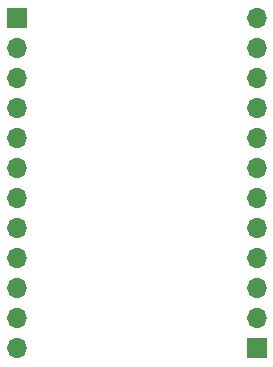
<source format=gbr>
%TF.GenerationSoftware,KiCad,Pcbnew,8.0.1-8.0.1-1~ubuntu22.04.1*%
%TF.CreationDate,2024-04-25T02:14:24+01:00*%
%TF.ProjectId,VQFN_breakout,5651464e-5f62-4726-9561-6b6f75742e6b,rev?*%
%TF.SameCoordinates,Original*%
%TF.FileFunction,Copper,L2,Bot*%
%TF.FilePolarity,Positive*%
%FSLAX46Y46*%
G04 Gerber Fmt 4.6, Leading zero omitted, Abs format (unit mm)*
G04 Created by KiCad (PCBNEW 8.0.1-8.0.1-1~ubuntu22.04.1) date 2024-04-25 02:14:24*
%MOMM*%
%LPD*%
G01*
G04 APERTURE LIST*
%TA.AperFunction,ComponentPad*%
%ADD10R,1.700000X1.700000*%
%TD*%
%TA.AperFunction,ComponentPad*%
%ADD11O,1.700000X1.700000*%
%TD*%
G04 APERTURE END LIST*
D10*
%TO.P,J2,1,Pin_1*%
%TO.N,Net-(J2-Pin_1)*%
X147320000Y-132080000D03*
D11*
%TO.P,J2,2,Pin_2*%
%TO.N,Net-(J2-Pin_2)*%
X147320000Y-129540000D03*
%TO.P,J2,3,Pin_3*%
%TO.N,Net-(J2-Pin_3)*%
X147320000Y-127000000D03*
%TO.P,J2,4,Pin_4*%
%TO.N,Net-(J2-Pin_4)*%
X147320000Y-124460000D03*
%TO.P,J2,5,Pin_5*%
%TO.N,Net-(J2-Pin_5)*%
X147320000Y-121920000D03*
%TO.P,J2,6,Pin_6*%
%TO.N,Net-(J2-Pin_6)*%
X147320000Y-119380000D03*
%TO.P,J2,7,Pin_7*%
%TO.N,Net-(J2-Pin_7)*%
X147320000Y-116840000D03*
%TO.P,J2,8,Pin_8*%
%TO.N,Net-(J2-Pin_8)*%
X147320000Y-114300000D03*
%TO.P,J2,9,Pin_9*%
%TO.N,Net-(J2-Pin_9)*%
X147320000Y-111760000D03*
%TO.P,J2,10,Pin_10*%
%TO.N,Net-(J2-Pin_10)*%
X147320000Y-109220000D03*
%TO.P,J2,11,Pin_11*%
%TO.N,Net-(J2-Pin_11)*%
X147320000Y-106680000D03*
%TO.P,J2,12,Pin_12*%
%TO.N,Net-(J2-Pin_12)*%
X147320000Y-104140000D03*
%TD*%
D10*
%TO.P,J1,1,Pin_1*%
%TO.N,Net-(J1-Pin_1)*%
X127000000Y-104140000D03*
D11*
%TO.P,J1,2,Pin_2*%
%TO.N,Net-(J1-Pin_2)*%
X127000000Y-106680000D03*
%TO.P,J1,3,Pin_3*%
%TO.N,Net-(J1-Pin_3)*%
X127000000Y-109220000D03*
%TO.P,J1,4,Pin_4*%
%TO.N,Net-(J1-Pin_4)*%
X127000000Y-111760000D03*
%TO.P,J1,5,Pin_5*%
%TO.N,Net-(J1-Pin_5)*%
X127000000Y-114300000D03*
%TO.P,J1,6,Pin_6*%
%TO.N,Net-(J1-Pin_6)*%
X127000000Y-116840000D03*
%TO.P,J1,7,Pin_7*%
%TO.N,Net-(J1-Pin_7)*%
X127000000Y-119380000D03*
%TO.P,J1,8,Pin_8*%
%TO.N,Net-(J1-Pin_8)*%
X127000000Y-121920000D03*
%TO.P,J1,9,Pin_9*%
%TO.N,Net-(J1-Pin_9)*%
X127000000Y-124460000D03*
%TO.P,J1,10,Pin_10*%
%TO.N,Net-(J1-Pin_10)*%
X127000000Y-127000000D03*
%TO.P,J1,11,Pin_11*%
%TO.N,Net-(J1-Pin_11)*%
X127000000Y-129540000D03*
%TO.P,J1,12,Pin_12*%
%TO.N,Net-(J1-Pin_12)*%
X127000000Y-132080000D03*
%TD*%
M02*

</source>
